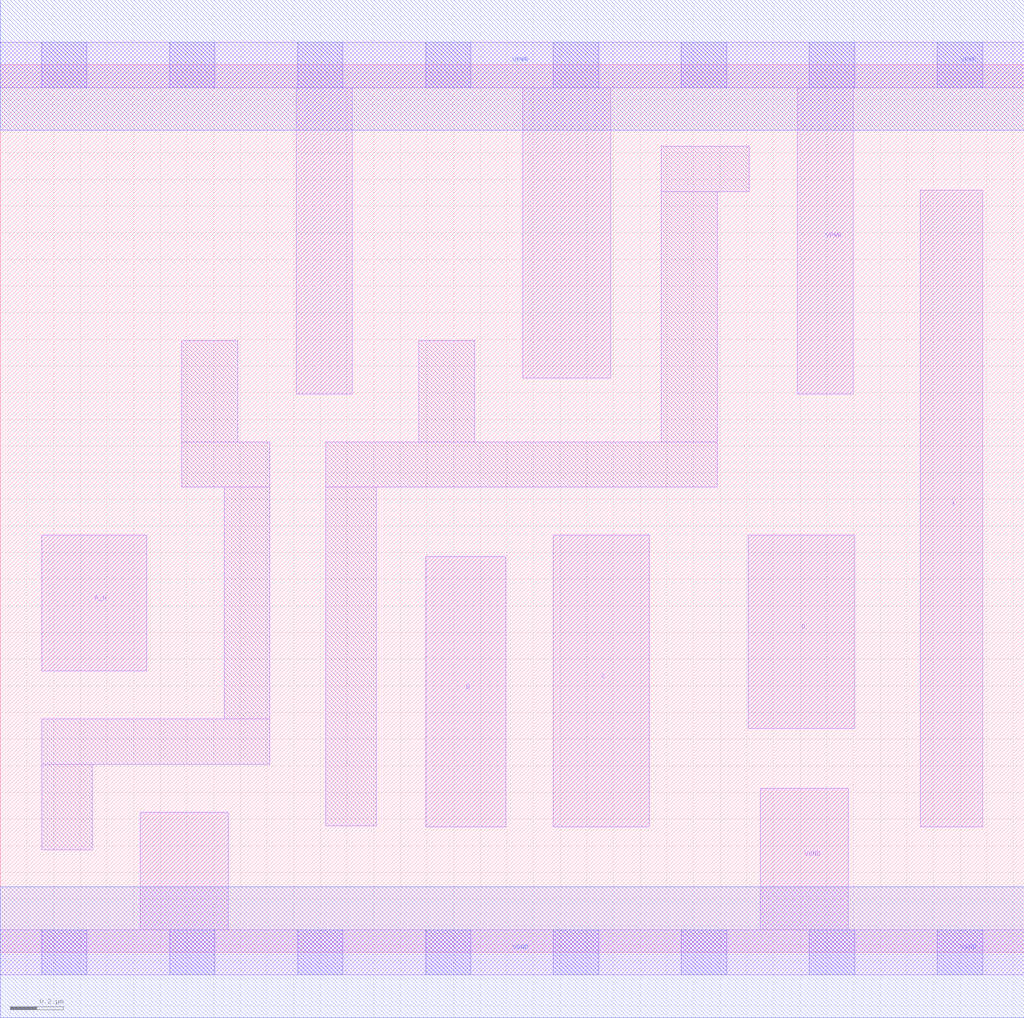
<source format=lef>
# Copyright 2020 The SkyWater PDK Authors
#
# Licensed under the Apache License, Version 2.0 (the "License");
# you may not use this file except in compliance with the License.
# You may obtain a copy of the License at
#
#     https://www.apache.org/licenses/LICENSE-2.0
#
# Unless required by applicable law or agreed to in writing, software
# distributed under the License is distributed on an "AS IS" BASIS,
# WITHOUT WARRANTIES OR CONDITIONS OF ANY KIND, either express or implied.
# See the License for the specific language governing permissions and
# limitations under the License.
#
# SPDX-License-Identifier: Apache-2.0

VERSION 5.7 ;
  NAMESCASESENSITIVE ON ;
  NOWIREEXTENSIONATPIN ON ;
  DIVIDERCHAR "/" ;
  BUSBITCHARS "[]" ;
UNITS
  DATABASE MICRONS 200 ;
END UNITS
MACRO sky130_fd_sc_lp__and4b_m
  CLASS CORE ;
  SOURCE USER ;
  FOREIGN sky130_fd_sc_lp__and4b_m ;
  ORIGIN  0.000000  0.000000 ;
  SIZE  3.840000 BY  3.330000 ;
  SYMMETRY X Y R90 ;
  SITE unit ;
  PIN A_N
    ANTENNAGATEAREA  0.126000 ;
    DIRECTION INPUT ;
    USE SIGNAL ;
    PORT
      LAYER li1 ;
        RECT 0.155000 1.055000 0.550000 1.565000 ;
    END
  END A_N
  PIN B
    ANTENNAGATEAREA  0.126000 ;
    DIRECTION INPUT ;
    USE SIGNAL ;
    PORT
      LAYER li1 ;
        RECT 1.595000 0.470000 1.895000 1.485000 ;
    END
  END B
  PIN C
    ANTENNAGATEAREA  0.126000 ;
    DIRECTION INPUT ;
    USE SIGNAL ;
    PORT
      LAYER li1 ;
        RECT 2.075000 0.470000 2.435000 1.565000 ;
    END
  END C
  PIN D
    ANTENNAGATEAREA  0.126000 ;
    DIRECTION INPUT ;
    USE SIGNAL ;
    PORT
      LAYER li1 ;
        RECT 2.805000 0.840000 3.205000 1.565000 ;
    END
  END D
  PIN X
    ANTENNADIFFAREA  0.222600 ;
    DIRECTION OUTPUT ;
    USE SIGNAL ;
    PORT
      LAYER li1 ;
        RECT 3.450000 0.470000 3.685000 2.860000 ;
    END
  END X
  PIN VGND
    DIRECTION INOUT ;
    USE GROUND ;
    PORT
      LAYER li1 ;
        RECT 0.000000 -0.085000 3.840000 0.085000 ;
        RECT 0.525000  0.085000 0.855000 0.525000 ;
        RECT 2.850000  0.085000 3.180000 0.615000 ;
      LAYER mcon ;
        RECT 0.155000 -0.085000 0.325000 0.085000 ;
        RECT 0.635000 -0.085000 0.805000 0.085000 ;
        RECT 1.115000 -0.085000 1.285000 0.085000 ;
        RECT 1.595000 -0.085000 1.765000 0.085000 ;
        RECT 2.075000 -0.085000 2.245000 0.085000 ;
        RECT 2.555000 -0.085000 2.725000 0.085000 ;
        RECT 3.035000 -0.085000 3.205000 0.085000 ;
        RECT 3.515000 -0.085000 3.685000 0.085000 ;
      LAYER met1 ;
        RECT 0.000000 -0.245000 3.840000 0.245000 ;
    END
  END VGND
  PIN VPWR
    DIRECTION INOUT ;
    USE POWER ;
    PORT
      LAYER li1 ;
        RECT 0.000000 3.245000 3.840000 3.415000 ;
        RECT 1.110000 2.095000 1.320000 3.245000 ;
        RECT 1.960000 2.155000 2.290000 3.245000 ;
        RECT 2.990000 2.095000 3.200000 3.245000 ;
      LAYER mcon ;
        RECT 0.155000 3.245000 0.325000 3.415000 ;
        RECT 0.635000 3.245000 0.805000 3.415000 ;
        RECT 1.115000 3.245000 1.285000 3.415000 ;
        RECT 1.595000 3.245000 1.765000 3.415000 ;
        RECT 2.075000 3.245000 2.245000 3.415000 ;
        RECT 2.555000 3.245000 2.725000 3.415000 ;
        RECT 3.035000 3.245000 3.205000 3.415000 ;
        RECT 3.515000 3.245000 3.685000 3.415000 ;
      LAYER met1 ;
        RECT 0.000000 3.085000 3.840000 3.575000 ;
    END
  END VPWR
  OBS
    LAYER li1 ;
      RECT 0.155000 0.385000 0.345000 0.705000 ;
      RECT 0.155000 0.705000 1.010000 0.875000 ;
      RECT 0.680000 1.745000 1.010000 1.915000 ;
      RECT 0.680000 1.915000 0.890000 2.295000 ;
      RECT 0.840000 0.875000 1.010000 1.745000 ;
      RECT 1.220000 0.475000 1.410000 1.745000 ;
      RECT 1.220000 1.745000 2.690000 1.915000 ;
      RECT 1.570000 1.915000 1.780000 2.295000 ;
      RECT 2.480000 1.915000 2.690000 2.855000 ;
      RECT 2.480000 2.855000 2.810000 3.025000 ;
  END
END sky130_fd_sc_lp__and4b_m

</source>
